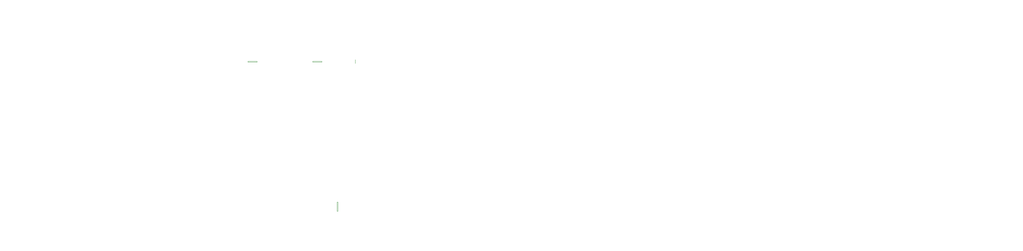
<source format=gtp>
*%FSLAX23Y23*%
*%MOIN*%
G01*
D15*
X11991Y6903D02*
D03*
X12542D02*
D03*
D21*
X15105Y8629D02*
D03*
Y7189D02*
D03*
D37*
X14865Y8459D02*
D03*
Y9169D02*
D03*
Y7754D02*
D03*
Y7049D02*
D03*
X13405Y8304D02*
D03*
Y7819D02*
D03*
X13400Y8814D02*
D03*
X13405Y7309D02*
D03*
X9675Y7429D02*
D03*
D58*
X11951Y6903D02*
D03*
Y6769D02*
D03*
X11931D02*
D03*
X11991D02*
D03*
X11971D02*
D03*
Y6903D02*
D03*
X11931D02*
D03*
X12483D02*
D03*
X12522D02*
D03*
Y6769D02*
D03*
X12542D02*
D03*
X12483D02*
D03*
X12502D02*
D03*
Y6903D02*
D03*
D59*
X12441Y8620D02*
D03*
X12421D02*
D03*
X12402D02*
D03*
X12382D02*
D03*
X12362D02*
D03*
X12343D02*
D03*
X12323D02*
D03*
X12303D02*
D03*
X12284D02*
D03*
X12264D02*
D03*
X12244D02*
D03*
X12224D02*
D03*
X12441Y8975D02*
D03*
X12224D02*
D03*
X12244D02*
D03*
X12264D02*
D03*
X12284D02*
D03*
X12303D02*
D03*
X12323D02*
D03*
X12343D02*
D03*
X12362D02*
D03*
X12382D02*
D03*
X12402D02*
D03*
X12421D02*
D03*
D60*
X11350Y8599D02*
D03*
X11330D02*
D03*
X11311D02*
D03*
X11291D02*
D03*
X11271D02*
D03*
X11252D02*
D03*
X11232D02*
D03*
X11212D02*
D03*
X11192D02*
D03*
X11173D02*
D03*
X11153D02*
D03*
X11134D02*
D03*
X11114D02*
D03*
X11094D02*
D03*
X11074D02*
D03*
X11055D02*
D03*
X11035D02*
D03*
X11015D02*
D03*
X10996D02*
D03*
X10976D02*
D03*
X10956D02*
D03*
X10937D02*
D03*
X10917D02*
D03*
X10897D02*
D03*
X10878D02*
D03*
X10858D02*
D03*
X10838D02*
D03*
X10818D02*
D03*
X10799D02*
D03*
X10779D02*
D03*
X10759D02*
D03*
X10740D02*
D03*
X10720D02*
D03*
X10700D02*
D03*
X10681D02*
D03*
X10661D02*
D03*
X10641D02*
D03*
X10622D02*
D03*
X10602D02*
D03*
X10582D02*
D03*
X10563D02*
D03*
X10543D02*
D03*
X10523D02*
D03*
X10504D02*
D03*
X10484D02*
D03*
X10464D02*
D03*
X10444D02*
D03*
X10425D02*
D03*
X10405D02*
D03*
X10385D02*
D03*
X10366D02*
D03*
X10346D02*
D03*
X11350Y7423D02*
D03*
X10346D02*
D03*
X10366D02*
D03*
X10385D02*
D03*
X10405D02*
D03*
X10425D02*
D03*
X10444D02*
D03*
X10464D02*
D03*
X10484D02*
D03*
X10504D02*
D03*
X10523D02*
D03*
X10543D02*
D03*
X10563D02*
D03*
X10582D02*
D03*
X10602D02*
D03*
X10622D02*
D03*
X10641D02*
D03*
X10661D02*
D03*
X10681D02*
D03*
X10700D02*
D03*
X10720D02*
D03*
X10740D02*
D03*
X10759D02*
D03*
X10779D02*
D03*
X10799D02*
D03*
X10818D02*
D03*
X10838D02*
D03*
X10858D02*
D03*
X10878D02*
D03*
X10897D02*
D03*
X10917D02*
D03*
X10937D02*
D03*
X10956D02*
D03*
X10976D02*
D03*
X10996D02*
D03*
X11015D02*
D03*
X11035D02*
D03*
X11055D02*
D03*
X11074D02*
D03*
X11094D02*
D03*
X11114D02*
D03*
X11134D02*
D03*
X11153D02*
D03*
X11173D02*
D03*
X11192D02*
D03*
X11212D02*
D03*
X11232D02*
D03*
X11252D02*
D03*
X11271D02*
D03*
X11291D02*
D03*
X11311D02*
D03*
X11330D02*
D03*
D63*
X9105Y7294D02*
D03*
X9073D02*
D03*
X9042D02*
D03*
X9010D02*
D03*
X8979D02*
D03*
X8947D02*
D03*
X8916D02*
D03*
X8884D02*
D03*
X8887Y6959D02*
D03*
X8919D02*
D03*
X8950D02*
D03*
X8982D02*
D03*
X9013D02*
D03*
X9045D02*
D03*
X9076D02*
D03*
X9108D02*
D03*
D65*
X8920Y8614D02*
D03*
X8946D02*
D03*
X8971D02*
D03*
X8997D02*
D03*
X9022D02*
D03*
X9048D02*
D03*
X9074D02*
D03*
X9099D02*
D03*
Y8866D02*
D03*
X9074D02*
D03*
X9048D02*
D03*
X9022D02*
D03*
X8997D02*
D03*
X8971D02*
D03*
X8946D02*
D03*
X8920D02*
D03*
Y8109D02*
D03*
X8946D02*
D03*
X8971D02*
D03*
X8997D02*
D03*
X9022D02*
D03*
X9048D02*
D03*
X9074D02*
D03*
X9099D02*
D03*
Y8361D02*
D03*
X9074D02*
D03*
X9048D02*
D03*
X9022D02*
D03*
X8997D02*
D03*
X8971D02*
D03*
X8946D02*
D03*
X8920D02*
D03*
D68*
X15105Y8853D02*
D03*
X15155Y8629D02*
D03*
X15205D02*
D03*
X15255D02*
D03*
Y8853D02*
D03*
X15205D02*
D03*
X15155D02*
D03*
X15105Y7413D02*
D03*
X15155Y7189D02*
D03*
X15205D02*
D03*
X15255D02*
D03*
Y7413D02*
D03*
X15205D02*
D03*
X15155D02*
D03*
D72*
X13890Y9224D02*
D03*
Y9299D02*
D03*
X13605Y9224D02*
D03*
Y9299D02*
D03*
X13560Y8519D02*
D03*
Y8444D02*
D03*
X13845Y8519D02*
D03*
Y8444D02*
D03*
X13835Y8074D02*
D03*
Y7999D02*
D03*
X13550Y8074D02*
D03*
Y7999D02*
D03*
X13560Y7594D02*
D03*
Y7519D02*
D03*
X13845Y7594D02*
D03*
Y7519D02*
D03*
X10420Y6944D02*
D03*
X10345D02*
D03*
X10720D02*
D03*
X10645D02*
D03*
X10575D02*
D03*
X10500D02*
D03*
D73*
X10382Y6864D02*
D03*
X10682D02*
D03*
X10537D02*
D03*
D77*
X7875Y8524D02*
D03*
X7695D02*
D03*
X7785D02*
D03*
X7165D02*
D03*
X6985D02*
D03*
X7075D02*
D03*
D78*
X11436Y8513D02*
D03*
Y8493D02*
D03*
Y8474D02*
D03*
Y8454D02*
D03*
Y8434D02*
D03*
Y8415D02*
D03*
Y8395D02*
D03*
Y8375D02*
D03*
Y8356D02*
D03*
Y8336D02*
D03*
Y8316D02*
D03*
Y8296D02*
D03*
Y8277D02*
D03*
Y8257D02*
D03*
Y8237D02*
D03*
Y8218D02*
D03*
Y8198D02*
D03*
Y8178D02*
D03*
Y8159D02*
D03*
Y8139D02*
D03*
Y8080D02*
D03*
Y8060D02*
D03*
Y8041D02*
D03*
Y8021D02*
D03*
Y8001D02*
D03*
Y7982D02*
D03*
Y7962D02*
D03*
Y7942D02*
D03*
Y7922D02*
D03*
Y7903D02*
D03*
Y7883D02*
D03*
Y7863D02*
D03*
Y7844D02*
D03*
Y7824D02*
D03*
Y7804D02*
D03*
Y7785D02*
D03*
Y7765D02*
D03*
Y7745D02*
D03*
Y7726D02*
D03*
Y7706D02*
D03*
Y7686D02*
D03*
Y7666D02*
D03*
Y7647D02*
D03*
Y7627D02*
D03*
Y7608D02*
D03*
Y7588D02*
D03*
Y7568D02*
D03*
Y7548D02*
D03*
Y7529D02*
D03*
Y7509D02*
D03*
X10260Y8513D02*
D03*
Y8493D02*
D03*
Y8474D02*
D03*
Y8454D02*
D03*
Y8434D02*
D03*
Y8415D02*
D03*
Y8395D02*
D03*
Y8375D02*
D03*
Y8356D02*
D03*
Y8336D02*
D03*
Y8316D02*
D03*
Y8296D02*
D03*
Y8277D02*
D03*
Y8257D02*
D03*
Y8237D02*
D03*
Y8218D02*
D03*
Y8198D02*
D03*
Y8159D02*
D03*
Y8139D02*
D03*
X11436Y8100D02*
D03*
Y8119D02*
D03*
X10260Y8178D02*
D03*
Y8119D02*
D03*
Y8100D02*
D03*
Y8080D02*
D03*
Y8060D02*
D03*
Y8041D02*
D03*
Y8021D02*
D03*
Y8001D02*
D03*
Y7982D02*
D03*
Y7962D02*
D03*
Y7942D02*
D03*
Y7922D02*
D03*
Y7903D02*
D03*
Y7883D02*
D03*
Y7863D02*
D03*
Y7844D02*
D03*
Y7824D02*
D03*
Y7804D02*
D03*
Y7785D02*
D03*
Y7765D02*
D03*
Y7745D02*
D03*
Y7726D02*
D03*
Y7706D02*
D03*
Y7686D02*
D03*
Y7666D02*
D03*
Y7647D02*
D03*
Y7627D02*
D03*
Y7608D02*
D03*
Y7588D02*
D03*
Y7568D02*
D03*
Y7548D02*
D03*
Y7529D02*
D03*
Y7509D02*
D03*
D80*
X8829Y7235D02*
D03*
Y7204D02*
D03*
Y7172D02*
D03*
Y7141D02*
D03*
Y7109D02*
D03*
Y7078D02*
D03*
Y7046D02*
D03*
Y7015D02*
D03*
X9164Y7017D02*
D03*
Y7048D02*
D03*
Y7080D02*
D03*
Y7111D02*
D03*
Y7143D02*
D03*
Y7174D02*
D03*
Y7206D02*
D03*
Y7237D02*
D03*
D83*
X11036Y7144D02*
D03*
Y7118D02*
D03*
Y7093D02*
D03*
Y7067D02*
D03*
Y7042D02*
D03*
Y7016D02*
D03*
Y6990D02*
D03*
Y6965D02*
D03*
Y6939D02*
D03*
Y6914D02*
D03*
X11241D02*
D03*
Y6939D02*
D03*
Y6965D02*
D03*
Y6990D02*
D03*
Y7016D02*
D03*
Y7042D02*
D03*
Y7067D02*
D03*
Y7093D02*
D03*
Y7118D02*
D03*
Y7144D02*
D03*
D84*
X13970Y9261D02*
D03*
X13685D02*
D03*
X13640Y8481D02*
D03*
X13925D02*
D03*
X13915Y8036D02*
D03*
X13630D02*
D03*
X13640Y7556D02*
D03*
X13925D02*
D03*
D88*
X15165Y8284D02*
D03*
X15255D02*
D03*
Y8359D02*
D03*
X15165D02*
D03*
Y8434D02*
D03*
X15255D02*
D03*
Y9069D02*
D03*
X15165D02*
D03*
X14955Y8949D02*
D03*
X14865D02*
D03*
X15165Y9144D02*
D03*
X15255D02*
D03*
X14950Y8239D02*
D03*
X14860D02*
D03*
X15165Y7729D02*
D03*
X15255D02*
D03*
X15165Y8994D02*
D03*
X15255D02*
D03*
X14865Y6829D02*
D03*
X14955D02*
D03*
X15255Y7654D02*
D03*
X15165D02*
D03*
X14955Y7534D02*
D03*
X14865D02*
D03*
X15255Y6949D02*
D03*
X15165D02*
D03*
Y7024D02*
D03*
X15255D02*
D03*
X15165Y7579D02*
D03*
X15255D02*
D03*
X15165Y6874D02*
D03*
X15255D02*
D03*
X14275Y8184D02*
D03*
X14185D02*
D03*
X13925Y8979D02*
D03*
X13835D02*
D03*
Y9054D02*
D03*
X13925D02*
D03*
X13790Y9129D02*
D03*
X13880D02*
D03*
X13700Y8889D02*
D03*
X13610D02*
D03*
X13075Y8849D02*
D03*
X13165D02*
D03*
X13075Y8774D02*
D03*
X13165D02*
D03*
X13075Y8699D02*
D03*
X13165D02*
D03*
X13075Y8624D02*
D03*
X13165D02*
D03*
X13075Y8549D02*
D03*
X13165D02*
D03*
X13075Y8474D02*
D03*
X13165D02*
D03*
X13075Y8399D02*
D03*
X13165D02*
D03*
X13075Y8324D02*
D03*
X13165D02*
D03*
X13075Y8249D02*
D03*
X13165D02*
D03*
X13075Y8174D02*
D03*
X13165D02*
D03*
X13075Y8099D02*
D03*
X13165D02*
D03*
X13075Y8024D02*
D03*
X13165D02*
D03*
X13075Y7949D02*
D03*
X13165D02*
D03*
X13075Y7874D02*
D03*
X13165D02*
D03*
X13075Y7799D02*
D03*
X13165D02*
D03*
X13405Y7089D02*
D03*
X13495D02*
D03*
X14270Y7264D02*
D03*
X14180D02*
D03*
X14270Y7534D02*
D03*
X14180D02*
D03*
X13075Y7724D02*
D03*
X13165D02*
D03*
X13075Y7649D02*
D03*
X13165D02*
D03*
X13075Y7574D02*
D03*
X13165D02*
D03*
X13075Y7499D02*
D03*
X13165D02*
D03*
X13075Y7424D02*
D03*
X13165D02*
D03*
X13075Y7349D02*
D03*
X13165D02*
D03*
X13075Y7274D02*
D03*
X13165D02*
D03*
X13075Y7199D02*
D03*
X13165D02*
D03*
X13075Y7124D02*
D03*
X13165D02*
D03*
X12920Y9324D02*
D03*
X13010D02*
D03*
X11570Y8584D02*
D03*
X11480D02*
D03*
X11800Y8239D02*
D03*
X11890D02*
D03*
X12355Y8274D02*
D03*
X12445D02*
D03*
X12605Y8274D02*
D03*
X12515D02*
D03*
X12555Y9209D02*
D03*
X12465D02*
D03*
X12920Y9249D02*
D03*
X13010D02*
D03*
X12920Y9174D02*
D03*
X13010D02*
D03*
X12920Y8849D02*
D03*
X13010D02*
D03*
X12920Y8774D02*
D03*
X13010D02*
D03*
X12920Y8624D02*
D03*
X13010D02*
D03*
X12920Y8474D02*
D03*
X13010D02*
D03*
X12920Y8399D02*
D03*
X13010D02*
D03*
Y8549D02*
D03*
X12920D02*
D03*
X13010Y8699D02*
D03*
X12920D02*
D03*
X13010Y8324D02*
D03*
X12920D02*
D03*
Y8249D02*
D03*
X13010D02*
D03*
X12920Y8174D02*
D03*
X13010D02*
D03*
Y8099D02*
D03*
X12920D02*
D03*
Y8024D02*
D03*
X13010D02*
D03*
X12920Y7949D02*
D03*
X13010D02*
D03*
Y7874D02*
D03*
X12920D02*
D03*
Y7799D02*
D03*
X13010D02*
D03*
X11880Y7264D02*
D03*
X11970D02*
D03*
Y7189D02*
D03*
X11880D02*
D03*
X11970Y7114D02*
D03*
X11880D02*
D03*
Y7039D02*
D03*
X11970D02*
D03*
X11800Y7559D02*
D03*
X11890D02*
D03*
X12605Y7694D02*
D03*
X12515D02*
D03*
X12360D02*
D03*
X12450D02*
D03*
X12920Y7724D02*
D03*
X13010D02*
D03*
Y7649D02*
D03*
X12920D02*
D03*
Y7574D02*
D03*
X13010D02*
D03*
X12920Y7499D02*
D03*
X13010D02*
D03*
Y7424D02*
D03*
X12920D02*
D03*
Y7349D02*
D03*
X13010D02*
D03*
X12920Y7274D02*
D03*
X13010D02*
D03*
Y7199D02*
D03*
X12920D02*
D03*
Y7124D02*
D03*
X13010D02*
D03*
X9975Y7554D02*
D03*
X10065D02*
D03*
X11110Y7209D02*
D03*
X11200D02*
D03*
X10930Y6889D02*
D03*
X10840D02*
D03*
X10930Y6964D02*
D03*
X10840D02*
D03*
X10930Y7039D02*
D03*
X10840D02*
D03*
X9340Y8509D02*
D03*
X9250D02*
D03*
X9045Y8964D02*
D03*
X8955D02*
D03*
X9040Y8459D02*
D03*
X8950D02*
D03*
X9258Y8002D02*
D03*
X9168D02*
D03*
X9584Y7985D02*
D03*
X9674D02*
D03*
X8580Y7089D02*
D03*
X8490D02*
D03*
Y7014D02*
D03*
X8580D02*
D03*
X9540Y7359D02*
D03*
X9450D02*
D03*
X8790Y7609D02*
D03*
X8880D02*
D03*
X9080D02*
D03*
X8990D02*
D03*
X7855Y9079D02*
D03*
X7765D02*
D03*
X7145D02*
D03*
X7055D02*
D03*
X5170Y8544D02*
D03*
X5260D02*
D03*
Y8469D02*
D03*
X5170D02*
D03*
Y8229D02*
D03*
X5260D02*
D03*
X5170Y7979D02*
D03*
X5260D02*
D03*
D90*
X12080Y6931D02*
D03*
X12240D02*
D03*
X12080Y6905D02*
D03*
X12240D02*
D03*
X12080Y6880D02*
D03*
X12240D02*
D03*
X12080Y6854D02*
D03*
X12240D02*
D03*
X12080Y6796D02*
D03*
X12240D02*
D03*
X12080Y6770D02*
D03*
X12240D02*
D03*
X12080Y6745D02*
D03*
X12240D02*
D03*
X12080Y6719D02*
D03*
X12240D02*
D03*
X12630Y6931D02*
D03*
X12790D02*
D03*
X12630Y6905D02*
D03*
X12790D02*
D03*
X12630Y6880D02*
D03*
X12790D02*
D03*
X12630Y6854D02*
D03*
X12790D02*
D03*
X12630Y6796D02*
D03*
X12790D02*
D03*
X12630Y6770D02*
D03*
X12790D02*
D03*
X12630Y6745D02*
D03*
X12790D02*
D03*
X12630Y6719D02*
D03*
X12790D02*
D03*
D91*
X8393Y8626D02*
D03*
Y8686D02*
D03*
Y8746D02*
D03*
Y8806D02*
D03*
X7815Y7034D02*
D03*
Y7214D02*
D03*
Y7124D02*
D03*
D93*
X12555Y9304D02*
D03*
X12420D02*
D03*
X9840Y8309D02*
D03*
X9705D02*
D03*
X9840Y8419D02*
D03*
X9705D02*
D03*
X9915Y8979D02*
D03*
X9780D02*
D03*
D95*
X12650Y9092D02*
D03*
Y8953D02*
D03*
X11745Y7353D02*
D03*
Y7214D02*
D03*
X10760Y7115D02*
D03*
Y7254D02*
D03*
X7680Y7193D02*
D03*
Y7054D02*
D03*
X8005Y7503D02*
D03*
Y7364D02*
D03*
D98*
X14786Y7809D02*
D03*
Y7719D02*
D03*
X14787Y8449D02*
D03*
Y8359D02*
D03*
Y8204D02*
D03*
Y8294D02*
D03*
Y8914D02*
D03*
Y9004D02*
D03*
Y9159D02*
D03*
Y9069D02*
D03*
X14970Y8784D02*
D03*
Y8694D02*
D03*
X14895Y8784D02*
D03*
Y8694D02*
D03*
X14786Y6794D02*
D03*
Y6884D02*
D03*
Y7039D02*
D03*
Y6949D02*
D03*
Y7564D02*
D03*
Y7654D02*
D03*
X14875Y7254D02*
D03*
Y7344D02*
D03*
X14950Y7254D02*
D03*
Y7344D02*
D03*
X14040Y9304D02*
D03*
Y9214D02*
D03*
X14225Y8889D02*
D03*
Y8799D02*
D03*
X13405Y8104D02*
D03*
Y8014D02*
D03*
X13830Y9214D02*
D03*
Y9304D02*
D03*
X13755Y9214D02*
D03*
Y9304D02*
D03*
X13710Y8434D02*
D03*
Y8524D02*
D03*
X13785Y8434D02*
D03*
Y8524D02*
D03*
X13995D02*
D03*
Y8434D02*
D03*
X13400Y8609D02*
D03*
Y8519D02*
D03*
X13240Y8704D02*
D03*
Y8614D02*
D03*
X13315D02*
D03*
Y8704D02*
D03*
Y8774D02*
D03*
Y8864D02*
D03*
X13240Y8774D02*
D03*
Y8864D02*
D03*
X13710Y8279D02*
D03*
Y8369D02*
D03*
X13325Y8104D02*
D03*
Y8194D02*
D03*
X13250D02*
D03*
Y8104D02*
D03*
Y8259D02*
D03*
Y8349D02*
D03*
X13325Y8259D02*
D03*
Y8349D02*
D03*
X13710Y7794D02*
D03*
Y7884D02*
D03*
X13325Y7779D02*
D03*
Y7869D02*
D03*
X13250Y7779D02*
D03*
Y7869D02*
D03*
X13985Y8079D02*
D03*
Y7989D02*
D03*
X13775D02*
D03*
Y8079D02*
D03*
X13700Y7989D02*
D03*
Y8079D02*
D03*
X13300Y6884D02*
D03*
Y6974D02*
D03*
X13810Y6984D02*
D03*
Y6894D02*
D03*
X13325Y7619D02*
D03*
Y7709D02*
D03*
X13250D02*
D03*
Y7619D02*
D03*
X13405D02*
D03*
Y7529D02*
D03*
X13325Y7109D02*
D03*
Y7199D02*
D03*
X13250D02*
D03*
Y7109D02*
D03*
Y7264D02*
D03*
Y7354D02*
D03*
X13710Y7284D02*
D03*
Y7374D02*
D03*
X13785Y7509D02*
D03*
Y7599D02*
D03*
X13995Y7509D02*
D03*
Y7599D02*
D03*
X13710Y7509D02*
D03*
Y7599D02*
D03*
X13325Y7264D02*
D03*
Y7354D02*
D03*
X12590Y8554D02*
D03*
Y8644D02*
D03*
X12860Y8934D02*
D03*
Y9024D02*
D03*
X12785Y8934D02*
D03*
Y9024D02*
D03*
X12685Y8774D02*
D03*
Y8864D02*
D03*
X11745Y7124D02*
D03*
Y7034D02*
D03*
X11500Y7304D02*
D03*
Y7394D02*
D03*
X12397Y6764D02*
D03*
Y6854D02*
D03*
X11846Y6758D02*
D03*
Y6848D02*
D03*
X9915Y8329D02*
D03*
Y8239D02*
D03*
Y8399D02*
D03*
Y8489D02*
D03*
X10190Y8279D02*
D03*
Y8189D02*
D03*
X9990Y8979D02*
D03*
Y8889D02*
D03*
X11015Y7279D02*
D03*
Y7189D02*
D03*
X10295Y6794D02*
D03*
Y6704D02*
D03*
X10595Y6794D02*
D03*
Y6704D02*
D03*
X10445Y6794D02*
D03*
Y6704D02*
D03*
X10370D02*
D03*
Y6794D02*
D03*
X10670Y6704D02*
D03*
Y6794D02*
D03*
X10520Y6704D02*
D03*
Y6794D02*
D03*
X9510Y8089D02*
D03*
Y8179D02*
D03*
X8470Y8589D02*
D03*
Y8679D02*
D03*
Y8749D02*
D03*
Y8839D02*
D03*
X8820Y8699D02*
D03*
Y8609D02*
D03*
Y8184D02*
D03*
Y8094D02*
D03*
X8550Y8749D02*
D03*
Y8839D02*
D03*
Y8589D02*
D03*
Y8679D02*
D03*
X9370Y7529D02*
D03*
Y7439D02*
D03*
X9295Y7574D02*
D03*
Y7484D02*
D03*
X8635Y7334D02*
D03*
Y7424D02*
D03*
X8140Y7364D02*
D03*
Y7454D02*
D03*
D103*
X15089Y8409D02*
D03*
Y8359D02*
D03*
Y8309D02*
D03*
X14865D02*
D03*
Y8359D02*
D03*
Y8409D02*
D03*
X15089Y8459D02*
D03*
Y9169D02*
D03*
X14865Y9119D02*
D03*
Y9069D02*
D03*
Y9019D02*
D03*
X15089D02*
D03*
Y9069D02*
D03*
Y9119D02*
D03*
Y7754D02*
D03*
X14865Y7704D02*
D03*
Y7654D02*
D03*
Y7604D02*
D03*
X15089D02*
D03*
Y7654D02*
D03*
Y7704D02*
D03*
Y6999D02*
D03*
Y6949D02*
D03*
Y6899D02*
D03*
X14865D02*
D03*
Y6949D02*
D03*
Y6999D02*
D03*
X15089Y7049D02*
D03*
X13629Y8304D02*
D03*
X13405Y8254D02*
D03*
Y8204D02*
D03*
Y8154D02*
D03*
X13629D02*
D03*
Y8204D02*
D03*
Y8254D02*
D03*
Y7819D02*
D03*
X13405Y7769D02*
D03*
Y7719D02*
D03*
Y7669D02*
D03*
X13629D02*
D03*
Y7719D02*
D03*
Y7769D02*
D03*
X13624Y8814D02*
D03*
X13400Y8764D02*
D03*
Y8714D02*
D03*
Y8664D02*
D03*
X13624D02*
D03*
Y8714D02*
D03*
Y8764D02*
D03*
X13629Y7309D02*
D03*
X13405Y7259D02*
D03*
Y7209D02*
D03*
Y7159D02*
D03*
X13629D02*
D03*
Y7209D02*
D03*
Y7259D02*
D03*
X9451Y7429D02*
D03*
X9675Y7479D02*
D03*
Y7529D02*
D03*
Y7579D02*
D03*
X9451D02*
D03*
Y7529D02*
D03*
Y7479D02*
D03*
D105*
X4713Y7527D02*
D03*
X4713Y7577D02*
D03*
Y7627D02*
D03*
Y7677D02*
D03*
Y7727D02*
D03*
Y7777D02*
D03*
Y7827D02*
D03*
Y7877D02*
D03*
Y7927D02*
D03*
Y7977D02*
D03*
X5088Y7527D02*
D03*
Y7577D02*
D03*
Y7627D02*
D03*
Y7677D02*
D03*
Y7727D02*
D03*
Y7777D02*
D03*
Y7827D02*
D03*
Y7877D02*
D03*
Y7927D02*
D03*
Y7977D02*
D03*
X4713Y8077D02*
D03*
Y8127D02*
D03*
Y8177D02*
D03*
Y8227D02*
D03*
Y8277D02*
D03*
Y8327D02*
D03*
Y8377D02*
D03*
Y8427D02*
D03*
Y8477D02*
D03*
Y8527D02*
D03*
X5088Y8077D02*
D03*
Y8127D02*
D03*
Y8177D02*
D03*
Y8227D02*
D03*
Y8277D02*
D03*
Y8327D02*
D03*
Y8377D02*
D03*
Y8427D02*
D03*
Y8477D02*
D03*
Y8527D02*
D03*
D107*
X4725Y7254D02*
D03*
X4575D02*
D03*
X4725Y7349D02*
D03*
X4575D02*
D03*
D108*
X12512Y8906D02*
D03*
Y8886D02*
D03*
Y8867D02*
D03*
Y8847D02*
D03*
Y8827D02*
D03*
Y8808D02*
D03*
Y8788D02*
D03*
Y8768D02*
D03*
Y8749D02*
D03*
Y8729D02*
D03*
Y8709D02*
D03*
Y8689D02*
D03*
X12155Y8688D02*
D03*
Y8708D02*
D03*
Y8728D02*
D03*
Y8748D02*
D03*
Y8767D02*
D03*
Y8787D02*
D03*
Y8807D02*
D03*
Y8826D02*
D03*
Y8846D02*
D03*
Y8866D02*
D03*
Y8885D02*
D03*
Y8905D02*
D03*
D109*
X9420Y8584D02*
D03*
Y8634D02*
D03*
Y8684D02*
D03*
Y8734D02*
D03*
Y8784D02*
D03*
Y8834D02*
D03*
Y8884D02*
D03*
Y8934D02*
D03*
X9176D02*
D03*
Y8884D02*
D03*
Y8834D02*
D03*
Y8784D02*
D03*
Y8734D02*
D03*
Y8684D02*
D03*
Y8634D02*
D03*
Y8584D02*
D03*
Y8084D02*
D03*
Y8134D02*
D03*
Y8184D02*
D03*
Y8234D02*
D03*
Y8284D02*
D03*
Y8334D02*
D03*
Y8384D02*
D03*
Y8434D02*
D03*
X9420D02*
D03*
Y8384D02*
D03*
Y8334D02*
D03*
Y8284D02*
D03*
Y8234D02*
D03*
Y8184D02*
D03*
Y8134D02*
D03*
Y8084D02*
D03*
D114*
X14374Y9309D02*
D03*
Y9259D02*
D03*
Y9209D02*
D03*
Y9159D02*
D03*
Y9109D02*
D03*
Y9059D02*
D03*
Y9009D02*
D03*
Y8959D02*
D03*
X14130D02*
D03*
Y9009D02*
D03*
Y9059D02*
D03*
Y9109D02*
D03*
Y9159D02*
D03*
Y9209D02*
D03*
Y9259D02*
D03*
Y9309D02*
D03*
X14374Y8604D02*
D03*
Y8554D02*
D03*
Y8504D02*
D03*
Y8454D02*
D03*
Y8404D02*
D03*
Y8354D02*
D03*
Y8304D02*
D03*
Y8254D02*
D03*
X14130D02*
D03*
Y8304D02*
D03*
Y8354D02*
D03*
Y8404D02*
D03*
Y8454D02*
D03*
Y8504D02*
D03*
Y8554D02*
D03*
Y8604D02*
D03*
Y7959D02*
D03*
Y7909D02*
D03*
Y7859D02*
D03*
Y7809D02*
D03*
Y7759D02*
D03*
Y7709D02*
D03*
Y7659D02*
D03*
Y7609D02*
D03*
X14374D02*
D03*
Y7659D02*
D03*
Y7709D02*
D03*
Y7759D02*
D03*
Y7809D02*
D03*
Y7859D02*
D03*
Y7909D02*
D03*
Y7959D02*
D03*
Y7189D02*
D03*
Y7139D02*
D03*
Y7089D02*
D03*
Y7039D02*
D03*
Y6989D02*
D03*
Y6939D02*
D03*
Y6889D02*
D03*
Y6839D02*
D03*
X14130D02*
D03*
Y6889D02*
D03*
Y6939D02*
D03*
Y6989D02*
D03*
Y7039D02*
D03*
Y7089D02*
D03*
Y7139D02*
D03*
Y7189D02*
D03*
D115*
X14475Y9174D02*
D03*
X14700D02*
D03*
X14475Y8619D02*
D03*
X14700D02*
D03*
X14475Y8464D02*
D03*
X14700D02*
D03*
X14475Y7979D02*
D03*
X14700D02*
D03*
X14475Y7824D02*
D03*
X14700D02*
D03*
X14475Y7039D02*
D03*
X14700D02*
D03*
D116*
X12349Y7935D02*
D03*
Y7955D02*
D03*
Y7974D02*
D03*
X12621Y7758D02*
D03*
Y7777D02*
D03*
Y7797D02*
D03*
Y7817D02*
D03*
Y7836D02*
D03*
Y7856D02*
D03*
Y7876D02*
D03*
Y7896D02*
D03*
Y7915D02*
D03*
Y7935D02*
D03*
Y7955D02*
D03*
Y7974D02*
D03*
Y7994D02*
D03*
Y8014D02*
D03*
Y8033D02*
D03*
Y8053D02*
D03*
Y8073D02*
D03*
Y8092D02*
D03*
Y8112D02*
D03*
Y8132D02*
D03*
Y8151D02*
D03*
Y8171D02*
D03*
Y8191D02*
D03*
Y8210D02*
D03*
X12349Y8132D02*
D03*
X12349Y8112D02*
D03*
X12349Y8092D02*
D03*
Y8073D02*
D03*
Y7994D02*
D03*
Y7915D02*
D03*
Y7896D02*
D03*
Y7876D02*
D03*
Y7856D02*
D03*
Y7836D02*
D03*
Y7817D02*
D03*
Y7797D02*
D03*
Y7777D02*
D03*
Y7758D02*
D03*
Y8014D02*
D03*
Y8033D02*
D03*
Y8053D02*
D03*
Y8191D02*
D03*
Y8210D02*
D03*
Y8171D02*
D03*
Y8151D02*
D03*
D120*
X8043Y8486D02*
D03*
X8343D02*
D03*
X8043Y8946D02*
D03*
X8343D02*
D03*
D121*
X12784Y9254D02*
D03*
X12645D02*
D03*
X7716Y8389D02*
D03*
X7855D02*
D03*
X7006D02*
D03*
X7145D02*
D03*
X7716Y8944D02*
D03*
X7855D02*
D03*
X7006D02*
D03*
X7145D02*
D03*
X4841Y7154D02*
D03*
X4980D02*
D03*
X4979Y7349D02*
D03*
X4840D02*
D03*
D123*
X13560Y6989D02*
D03*
Y6854D02*
D03*
X13670Y6989D02*
D03*
Y6854D02*
D03*
X13175Y6884D02*
D03*
Y7019D02*
D03*
X13010D02*
D03*
Y6884D02*
D03*
X10155Y8809D02*
D03*
Y8674D02*
D03*
X10030Y8399D02*
D03*
Y8534D02*
D03*
Y8329D02*
D03*
Y8194D02*
D03*
X10915Y7274D02*
D03*
Y7139D02*
D03*
X8725Y8769D02*
D03*
Y8904D02*
D03*
Y8254D02*
D03*
Y8389D02*
D03*
Y8699D02*
D03*
Y8564D02*
D03*
Y8184D02*
D03*
Y8049D02*
D03*
D124*
X14535Y8984D02*
D03*
X14685Y9034D02*
D03*
Y8934D02*
D03*
X14535Y8274D02*
D03*
X14685Y8324D02*
D03*
Y8224D02*
D03*
X14535Y6849D02*
D03*
X14685Y6899D02*
D03*
Y6799D02*
D03*
X14535Y7634D02*
D03*
X14685Y7684D02*
D03*
Y7584D02*
D03*
X13105Y9024D02*
D03*
X12955Y8974D02*
D03*
Y9074D02*
D03*
D129*
X8201Y8736D02*
Y8696D01*
D131*
X7735Y8709D02*
X7835D01*
Y8719D01*
X7735D01*
Y8709D01*
X7025D02*
X7125D01*
Y8719D01*
X7025D01*
Y8709D01*
X8000Y7074D02*
X8010D01*
Y7174D01*
X8000D01*
Y7074D01*
D02*
M02*

</source>
